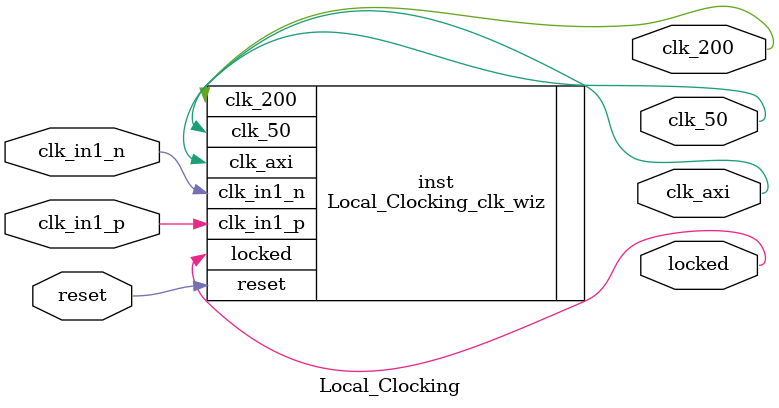
<source format=v>


`timescale 1ps/1ps

(* CORE_GENERATION_INFO = "Local_Clocking,clk_wiz_v6_0_4_0_0,{component_name=Local_Clocking,use_phase_alignment=false,use_min_o_jitter=false,use_max_i_jitter=false,use_dyn_phase_shift=false,use_inclk_switchover=false,use_dyn_reconfig=false,enable_axi=0,feedback_source=FDBK_AUTO,PRIMITIVE=MMCM,num_out_clk=3,clkin1_period=5.000,clkin2_period=10.0,use_power_down=false,use_reset=true,use_locked=true,use_inclk_stopped=false,feedback_type=SINGLE,CLOCK_MGR_TYPE=NA,manual_override=false}" *)

module Local_Clocking 
 (
  // Clock out ports
  output        clk_200,
  output        clk_50,
  output        clk_axi,
  // Status and control signals
  input         reset,
  output        locked,
 // Clock in ports
  input         clk_in1_p,
  input         clk_in1_n
 );

  Local_Clocking_clk_wiz inst
  (
  // Clock out ports  
  .clk_200(clk_200),
  .clk_50(clk_50),
  .clk_axi(clk_axi),
  // Status and control signals               
  .reset(reset), 
  .locked(locked),
 // Clock in ports
  .clk_in1_p(clk_in1_p),
  .clk_in1_n(clk_in1_n)
  );

endmodule

</source>
